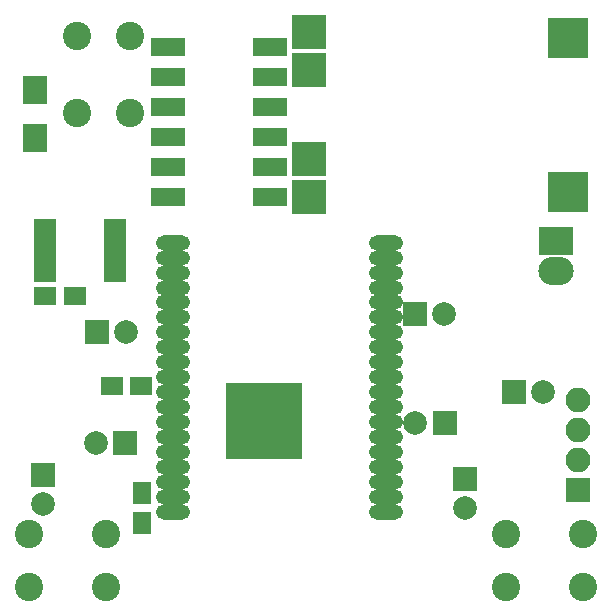
<source format=gbs>
G04 #@! TF.FileFunction,Soldermask,Bot*
%FSLAX46Y46*%
G04 Gerber Fmt 4.6, Leading zero omitted, Abs format (unit mm)*
G04 Created by KiCad (PCBNEW 4.0.6) date 10/19/17 05:59:14*
%MOMM*%
%LPD*%
G01*
G04 APERTURE LIST*
%ADD10C,0.100000*%
%ADD11O,2.900000X1.300000*%
%ADD12R,6.400000X6.400000*%
%ADD13C,2.400000*%
%ADD14R,3.400000X3.400000*%
%ADD15R,2.900000X2.900000*%
%ADD16R,2.000000X2.000000*%
%ADD17C,2.000000*%
%ADD18R,3.000000X2.400000*%
%ADD19O,3.000000X2.400000*%
%ADD20R,1.650000X1.900000*%
%ADD21R,1.900000X1.650000*%
%ADD22R,2.100000X2.400000*%
%ADD23R,1.900000X0.850000*%
%ADD24R,2.840000X1.520000*%
%ADD25R,2.100000X2.100000*%
%ADD26O,2.100000X2.100000*%
G04 APERTURE END LIST*
D10*
D11*
X198734000Y-130726000D03*
X198734000Y-129456000D03*
X198734000Y-128186000D03*
X198734000Y-126916000D03*
X198734000Y-125646000D03*
X198734000Y-124376000D03*
X198734000Y-123106000D03*
X198734000Y-121836000D03*
X198734000Y-120566000D03*
X198734000Y-119296000D03*
X198734000Y-118026000D03*
X198734000Y-116756000D03*
X198734000Y-115486000D03*
X198734000Y-114216000D03*
X198734000Y-112976000D03*
X198734000Y-111726000D03*
X198734000Y-110476000D03*
X198734000Y-109226000D03*
X198734000Y-107976000D03*
X180734000Y-107976000D03*
X180734000Y-109226000D03*
X180734000Y-110476000D03*
X180734000Y-111726000D03*
X180734000Y-112976000D03*
X180734000Y-114216000D03*
X180734000Y-115486000D03*
X180734000Y-116756000D03*
X180734000Y-118026000D03*
X180734000Y-119296000D03*
X180734000Y-120566000D03*
X180734000Y-121836000D03*
X180734000Y-123106000D03*
X180734000Y-124376000D03*
X180734000Y-125646000D03*
X180734000Y-126916000D03*
X180734000Y-128186000D03*
X180734000Y-129456000D03*
X180734000Y-130726000D03*
D12*
X188434000Y-123026000D03*
D13*
X215442800Y-137088000D03*
X215442800Y-132588000D03*
X208942800Y-137088000D03*
X208942800Y-132588000D03*
D14*
X214200000Y-90591500D03*
X214200000Y-103591500D03*
D15*
X192200000Y-104091500D03*
X192200000Y-90091500D03*
X192200000Y-93341500D03*
X192200000Y-100841500D03*
D16*
X176657000Y-124841000D03*
D17*
X174157000Y-124841000D03*
D18*
X213169500Y-107759500D03*
D19*
X213169500Y-110299500D03*
D16*
X209550000Y-120586500D03*
D17*
X212050000Y-120586500D03*
D16*
X169672000Y-127558800D03*
D17*
X169672000Y-130058800D03*
D20*
X178117500Y-129115500D03*
X178117500Y-131615500D03*
D16*
X205422500Y-127889000D03*
D17*
X205422500Y-130389000D03*
D16*
X203708000Y-123190000D03*
D17*
X201208000Y-123190000D03*
D21*
X178034000Y-120015000D03*
X175534000Y-120015000D03*
D16*
X174244000Y-115443000D03*
D17*
X176744000Y-115443000D03*
D16*
X201168000Y-113919000D03*
D17*
X203668000Y-113919000D03*
D21*
X169882500Y-112458500D03*
X172382500Y-112458500D03*
D22*
X169037000Y-95028000D03*
X169037000Y-99028000D03*
D13*
X172601500Y-96901000D03*
X177101500Y-96901000D03*
X172601500Y-90401000D03*
X177101500Y-90401000D03*
X168503600Y-132558400D03*
X168503600Y-137058400D03*
X175003600Y-132558400D03*
X175003600Y-137058400D03*
D23*
X169897000Y-110860000D03*
X169897000Y-110210000D03*
X169897000Y-109560000D03*
X169897000Y-108910000D03*
X169897000Y-108260000D03*
X169897000Y-107610000D03*
X169897000Y-106960000D03*
X169897000Y-106310000D03*
X175797000Y-106310000D03*
X175797000Y-106960000D03*
X175797000Y-107610000D03*
X175797000Y-108260000D03*
X175797000Y-108910000D03*
X175797000Y-109560000D03*
X175797000Y-110210000D03*
X175797000Y-110860000D03*
D24*
X188899500Y-91313000D03*
X180289500Y-104013000D03*
X188899500Y-93853000D03*
X180289500Y-101473000D03*
X188899500Y-96393000D03*
X180289500Y-98933000D03*
X188899500Y-98933000D03*
X180289500Y-96393000D03*
X188899500Y-101473000D03*
X180289500Y-93853000D03*
X188899500Y-104013000D03*
X180289500Y-91313000D03*
D25*
X214985600Y-128828800D03*
D26*
X214985600Y-126288800D03*
X214985600Y-123748800D03*
X214985600Y-121208800D03*
M02*

</source>
